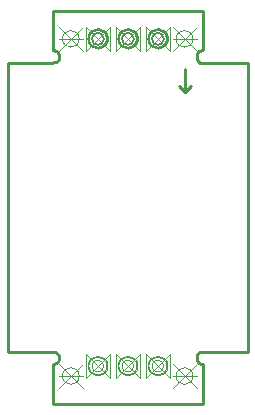
<source format=gm1>
G04 MADE WITH FRITZING*
G04 WWW.FRITZING.ORG*
G04 DOUBLE SIDED*
G04 HOLES PLATED*
G04 CONTOUR ON CENTER OF CONTOUR VECTOR*
%ASAXBY*%
%FSLAX23Y23*%
%MOIN*%
%OFA0B0*%
%SFA1.0B1.0*%
%ADD10C,0.066929*%
%ADD11C,0.059055*%
%ADD12C,0.039370*%
%ADD13C,0.055315X0.0549214*%
%ADD14C,0.000197*%
%ADD15C,0.009843*%
%ADD16C,0.001000*%
%ADD10C,0.008*%
%LNCONTOUR*%
G90*
G70*
G54D10*
G01X335Y1218D02*
G75*
G03X335Y1218I-33J0D01*
G01*
G01X335Y1218D02*
G75*
G03X335Y1218I-33J0D01*
G01*
G01X331Y1218D02*
G75*
G03X331Y1218I-30J0D01*
G01*
G01X321Y1218D02*
G75*
G03X321Y1218I-20J0D01*
G01*
G01X435Y1218D02*
G75*
G03X435Y1218I-33J0D01*
G01*
G01X435Y1218D02*
G75*
G03X435Y1218I-33J0D01*
G01*
G01X431Y1218D02*
G75*
G03X431Y1218I-30J0D01*
G01*
G01X421Y1218D02*
G75*
G03X421Y1218I-20J0D01*
G01*
G01X535Y1218D02*
G75*
G03X535Y1218I-33J0D01*
G01*
G01X535Y1218D02*
G75*
G03X535Y1218I-33J0D01*
G01*
G01X531Y1218D02*
G75*
G03X531Y1218I-30J0D01*
G01*
G01X521Y1218D02*
G75*
G03X521Y1218I-20J0D01*
G01*
G54D14*
G01X618Y1218D02*
G75*
G03X618Y1218I-28J0D01*
G01*
G01X239Y1218D02*
G75*
G03X239Y1218I-28J0D01*
G01*
G01X335Y127D02*
G75*
G03X335Y127I-33J0D01*
G01*
G01X335Y127D02*
G75*
G03X335Y127I-33J0D01*
G01*
G01X331Y127D02*
G75*
G03X331Y127I-30J0D01*
G01*
G01X321Y127D02*
G75*
G03X321Y127I-20J0D01*
G01*
G01X435Y127D02*
G75*
G03X435Y127I-33J0D01*
G01*
G01X435Y127D02*
G75*
G03X435Y127I-33J0D01*
G01*
G01X431Y127D02*
G75*
G03X431Y127I-30J0D01*
G01*
G01X421Y127D02*
G75*
G03X421Y127I-20J0D01*
G01*
G01X535Y127D02*
G75*
G03X535Y127I-33J0D01*
G01*
G01X535Y127D02*
G75*
G03X535Y127I-33J0D01*
G01*
G01X531Y127D02*
G75*
G03X531Y127I-30J0D01*
G01*
G01X521Y127D02*
G75*
G03X521Y127I-20J0D01*
G01*
G01X239Y94D02*
G75*
G03X239Y94I-28J0D01*
G01*
G01X618Y94D02*
G75*
G03X618Y94I-28J0D01*
G01*
X149Y1178D02*
X151Y1178D01*
D02*
X651Y1178D02*
X653Y1178D01*
D02*
X653Y133D02*
X651Y133D01*
D02*
X151Y133D02*
X149Y133D01*
G54D15*
D02*
X611Y1060D02*
X592Y1040D01*
D02*
X592Y1040D02*
X572Y1060D01*
D02*
X592Y1040D02*
X592Y1119D01*
X150Y1311D02*
X150Y1310D01*
X150Y1183D01*
X151Y1182D01*
X152Y1182D01*
X153Y1181D01*
X154Y1181D01*
X155Y1180D01*
X156Y1180D01*
X157Y1179D01*
X158Y1179D01*
X159Y1179D01*
X160Y1178D01*
X161Y1178D01*
X162Y1177D01*
X163Y1176D01*
X164Y1176D01*
X165Y1175D01*
X166Y1174D01*
X167Y1173D01*
X168Y1172D01*
X169Y1171D01*
X169Y1169D01*
X170Y1168D01*
X170Y1165D01*
X171Y1164D01*
X171Y1153D01*
X170Y1152D01*
X170Y1149D01*
X169Y1148D01*
X169Y1147D01*
X168Y1146D01*
X168Y1145D01*
X167Y1144D01*
X166Y1143D01*
X165Y1143D01*
X164Y1142D01*
X163Y1142D01*
X162Y1141D01*
X161Y1141D01*
X160Y1141D01*
X159Y1140D01*
X158Y1140D01*
X157Y1140D01*
X156Y1140D01*
X155Y1140D01*
X154Y1140D01*
X153Y1140D01*
X152Y1140D01*
X151Y1140D01*
X150Y1139D01*
X149Y1139D01*
X148Y1139D01*
X147Y1139D01*
X146Y1139D01*
X145Y1139D01*
X144Y1139D01*
X143Y1139D01*
X142Y1139D01*
X141Y1139D01*
X140Y1139D01*
X139Y1139D01*
X138Y1139D01*
X137Y1139D01*
X136Y1139D01*
X135Y1139D01*
X134Y1139D01*
X133Y1139D01*
X132Y1139D01*
X131Y1139D01*
X130Y1139D01*
X129Y1139D01*
X128Y1139D01*
X127Y1139D01*
X126Y1139D01*
X125Y1139D01*
X124Y1139D01*
X123Y1139D01*
X122Y1139D01*
X121Y1139D01*
X120Y1139D01*
X119Y1139D01*
X118Y1139D01*
X117Y1139D01*
X116Y1139D01*
X115Y1139D01*
X114Y1139D01*
X113Y1139D01*
X112Y1139D01*
X111Y1139D01*
X110Y1139D01*
X109Y1139D01*
X108Y1139D01*
X107Y1139D01*
X106Y1139D01*
X105Y1138D01*
X104Y1138D01*
X103Y1138D01*
X102Y1138D01*
X101Y1138D01*
X100Y1138D01*
X99Y1138D01*
X98Y1138D01*
X97Y1138D01*
X96Y1138D01*
X95Y1138D01*
X94Y1138D01*
X93Y1138D01*
X92Y1138D01*
X91Y1138D01*
X90Y1138D01*
X89Y1138D01*
X88Y1138D01*
X87Y1138D01*
X86Y1138D01*
X85Y1138D01*
X84Y1138D01*
X83Y1138D01*
X82Y1138D01*
X81Y1138D01*
X80Y1138D01*
X79Y1138D01*
X78Y1138D01*
X77Y1138D01*
X76Y1138D01*
X75Y1138D01*
X74Y1138D01*
X73Y1138D01*
X72Y1138D01*
X71Y1138D01*
X70Y1138D01*
X69Y1138D01*
X68Y1138D01*
X67Y1138D01*
X66Y1138D01*
X65Y1138D01*
X64Y1138D01*
X63Y1138D01*
X62Y1138D01*
X61Y1138D01*
X60Y1138D01*
X59Y1138D01*
X58Y1138D01*
X57Y1138D01*
X56Y1138D01*
X55Y1138D01*
X54Y1138D01*
X53Y1138D01*
X52Y1138D01*
X51Y1138D01*
X50Y1138D01*
X49Y1138D01*
X48Y1138D01*
X47Y1138D01*
X46Y1138D01*
X45Y1138D01*
X44Y1138D01*
X43Y1138D01*
X42Y1138D01*
X41Y1138D01*
X40Y1138D01*
X39Y1138D01*
X38Y1138D01*
X37Y1138D01*
X36Y1138D01*
X35Y1138D01*
X34Y1138D01*
X33Y1138D01*
X32Y1138D01*
X31Y1138D01*
X30Y1138D01*
X29Y1138D01*
X28Y1138D01*
X27Y1138D01*
X26Y1138D01*
X25Y1138D01*
X24Y1138D01*
X23Y1138D01*
X22Y1138D01*
X21Y1138D01*
X20Y1138D01*
X19Y1138D01*
X18Y1138D01*
X17Y1138D01*
X16Y1138D01*
X15Y1138D01*
X14Y1138D01*
X13Y1138D01*
X12Y1138D01*
X11Y1138D01*
X10Y1138D01*
X9Y1138D01*
X8Y1138D01*
X7Y1138D01*
X6Y1138D01*
X5Y1138D01*
X4Y1138D01*
X3Y1138D01*
X2Y1138D01*
X1Y1138D01*
X0Y1138D01*
X0Y175D01*
X1Y175D01*
X2Y175D01*
X3Y175D01*
X4Y175D01*
X5Y175D01*
X6Y175D01*
X7Y175D01*
X8Y175D01*
X9Y175D01*
X10Y175D01*
X11Y175D01*
X12Y175D01*
X13Y175D01*
X14Y175D01*
X15Y175D01*
X16Y175D01*
X17Y175D01*
X18Y175D01*
X19Y175D01*
X20Y175D01*
X21Y175D01*
X22Y175D01*
X23Y175D01*
X24Y175D01*
X25Y175D01*
X26Y175D01*
X27Y175D01*
X28Y175D01*
X29Y175D01*
X30Y175D01*
X31Y175D01*
X32Y175D01*
X33Y175D01*
X34Y175D01*
X35Y175D01*
X36Y175D01*
X37Y175D01*
X38Y175D01*
X39Y175D01*
X40Y175D01*
X41Y175D01*
X42Y175D01*
X43Y175D01*
X44Y175D01*
X45Y175D01*
X46Y175D01*
X47Y175D01*
X48Y175D01*
X49Y175D01*
X50Y175D01*
X51Y175D01*
X52Y175D01*
X53Y175D01*
X54Y175D01*
X55Y175D01*
X56Y175D01*
X57Y175D01*
X58Y175D01*
X59Y175D01*
X60Y175D01*
X61Y175D01*
X62Y175D01*
X63Y175D01*
X64Y175D01*
X65Y175D01*
X66Y175D01*
X67Y175D01*
X68Y175D01*
X69Y175D01*
X70Y175D01*
X71Y175D01*
X72Y175D01*
X73Y175D01*
X74Y175D01*
X75Y175D01*
X76Y175D01*
X77Y175D01*
X78Y175D01*
X79Y175D01*
X80Y175D01*
X81Y175D01*
X82Y175D01*
X83Y175D01*
X84Y175D01*
X85Y175D01*
X86Y175D01*
X87Y175D01*
X88Y175D01*
X89Y175D01*
X90Y175D01*
X91Y175D01*
X92Y175D01*
X93Y175D01*
X94Y175D01*
X95Y175D01*
X96Y175D01*
X97Y175D01*
X98Y175D01*
X99Y175D01*
X100Y175D01*
X101Y175D01*
X102Y175D01*
X103Y175D01*
X104Y175D01*
X105Y175D01*
X106Y175D01*
X107Y175D01*
X108Y175D01*
X109Y175D01*
X110Y175D01*
X111Y175D01*
X112Y175D01*
X113Y175D01*
X114Y175D01*
X115Y175D01*
X116Y175D01*
X117Y175D01*
X118Y175D01*
X119Y175D01*
X120Y175D01*
X121Y175D01*
X122Y175D01*
X123Y175D01*
X124Y175D01*
X125Y175D01*
X126Y175D01*
X127Y175D01*
X128Y175D01*
X129Y175D01*
X130Y175D01*
X131Y175D01*
X132Y175D01*
X133Y175D01*
X134Y175D01*
X135Y175D01*
X136Y175D01*
X137Y175D01*
X138Y175D01*
X139Y175D01*
X140Y175D01*
X141Y175D01*
X142Y175D01*
X143Y175D01*
X144Y175D01*
X145Y175D01*
X146Y175D01*
X147Y175D01*
X148Y175D01*
X149Y175D01*
X150Y175D01*
X151Y175D01*
X152Y175D01*
X153Y175D01*
X154Y175D01*
X155Y175D01*
X156Y175D01*
X157Y175D01*
X158Y175D01*
X159Y175D01*
X160Y175D01*
X161Y174D01*
X162Y173D01*
X163Y172D01*
X164Y171D01*
X165Y170D01*
X166Y169D01*
X167Y168D01*
X168Y167D01*
X168Y166D01*
X169Y165D01*
X169Y164D01*
X170Y163D01*
X170Y161D01*
X171Y160D01*
X171Y149D01*
X170Y148D01*
X170Y146D01*
X169Y145D01*
X169Y144D01*
X168Y143D01*
X167Y142D01*
X166Y141D01*
X165Y140D01*
X164Y139D01*
X163Y138D01*
X162Y137D01*
X161Y137D01*
X160Y136D01*
X159Y136D01*
X158Y135D01*
X157Y135D01*
X156Y135D01*
X155Y134D01*
X154Y134D01*
X153Y134D01*
X152Y134D01*
X151Y134D01*
X150Y134D01*
X150Y2D01*
X151Y2D01*
X152Y2D01*
X153Y2D01*
X154Y2D01*
X155Y2D01*
X156Y2D01*
X157Y2D01*
X158Y2D01*
X159Y2D01*
X160Y2D01*
X161Y2D01*
X162Y2D01*
X163Y2D01*
X164Y2D01*
X165Y2D01*
X166Y2D01*
X167Y2D01*
X168Y2D01*
X169Y2D01*
X170Y2D01*
X171Y2D01*
X172Y2D01*
X173Y2D01*
X174Y2D01*
X175Y2D01*
X176Y2D01*
X177Y2D01*
X178Y2D01*
X179Y2D01*
X180Y2D01*
X181Y2D01*
X182Y2D01*
X183Y2D01*
X184Y2D01*
X185Y2D01*
X186Y2D01*
X187Y2D01*
X188Y2D01*
X189Y2D01*
X190Y2D01*
X191Y2D01*
X192Y2D01*
X193Y2D01*
X194Y2D01*
X195Y2D01*
X196Y2D01*
X197Y2D01*
X198Y2D01*
X199Y2D01*
X200Y2D01*
X201Y2D01*
X202Y2D01*
X203Y2D01*
X204Y2D01*
X205Y2D01*
X206Y2D01*
X207Y2D01*
X208Y2D01*
X209Y2D01*
X210Y2D01*
X211Y2D01*
X212Y2D01*
X213Y2D01*
X214Y2D01*
X215Y2D01*
X216Y2D01*
X217Y2D01*
X218Y2D01*
X219Y2D01*
X220Y2D01*
X221Y2D01*
X222Y2D01*
X223Y2D01*
X224Y2D01*
X225Y2D01*
X226Y2D01*
X227Y2D01*
X228Y2D01*
X229Y2D01*
X230Y2D01*
X231Y2D01*
X232Y2D01*
X233Y2D01*
X234Y2D01*
X235Y2D01*
X236Y2D01*
X237Y2D01*
X238Y2D01*
X239Y2D01*
X240Y2D01*
X241Y2D01*
X242Y2D01*
X243Y2D01*
X244Y2D01*
X245Y2D01*
X246Y2D01*
X247Y2D01*
X248Y2D01*
X249Y2D01*
X250Y2D01*
X251Y2D01*
X252Y2D01*
X253Y2D01*
X254Y2D01*
X255Y2D01*
X256Y2D01*
X257Y2D01*
X258Y2D01*
X259Y2D01*
X260Y2D01*
X261Y2D01*
X262Y2D01*
X263Y2D01*
X264Y2D01*
X265Y2D01*
X266Y2D01*
X267Y2D01*
X268Y2D01*
X269Y2D01*
X270Y2D01*
X271Y2D01*
X272Y2D01*
X273Y2D01*
X274Y2D01*
X275Y2D01*
X276Y2D01*
X277Y2D01*
X278Y2D01*
X279Y2D01*
X280Y2D01*
X281Y2D01*
X282Y2D01*
X283Y2D01*
X284Y2D01*
X285Y2D01*
X286Y2D01*
X287Y2D01*
X288Y2D01*
X289Y2D01*
X290Y2D01*
X291Y2D01*
X292Y2D01*
X293Y2D01*
X294Y2D01*
X295Y2D01*
X296Y2D01*
X297Y2D01*
X298Y2D01*
X299Y2D01*
X300Y2D01*
X301Y2D01*
X302Y2D01*
X303Y2D01*
X304Y2D01*
X305Y2D01*
X306Y2D01*
X307Y2D01*
X308Y2D01*
X309Y2D01*
X310Y2D01*
X311Y2D01*
X312Y2D01*
X313Y2D01*
X314Y2D01*
X315Y2D01*
X316Y2D01*
X317Y2D01*
X318Y2D01*
X319Y2D01*
X320Y2D01*
X321Y2D01*
X322Y2D01*
X323Y2D01*
X324Y2D01*
X325Y2D01*
X326Y2D01*
X327Y2D01*
X328Y2D01*
X329Y2D01*
X330Y2D01*
X331Y2D01*
X332Y2D01*
X333Y2D01*
X334Y2D01*
X335Y2D01*
X336Y2D01*
X337Y2D01*
X338Y2D01*
X339Y2D01*
X340Y2D01*
X341Y2D01*
X342Y2D01*
X343Y2D01*
X344Y2D01*
X345Y2D01*
X346Y2D01*
X347Y2D01*
X348Y2D01*
X349Y2D01*
X350Y2D01*
X351Y2D01*
X352Y2D01*
X353Y2D01*
X354Y2D01*
X355Y2D01*
X356Y2D01*
X357Y2D01*
X358Y2D01*
X359Y2D01*
X360Y2D01*
X361Y2D01*
X362Y2D01*
X363Y2D01*
X364Y2D01*
X365Y2D01*
X366Y2D01*
X367Y2D01*
X368Y2D01*
X369Y2D01*
X370Y2D01*
X371Y2D01*
X372Y2D01*
X373Y2D01*
X374Y2D01*
X375Y2D01*
X376Y2D01*
X377Y2D01*
X378Y2D01*
X379Y2D01*
X380Y2D01*
X381Y2D01*
X382Y2D01*
X383Y2D01*
X384Y2D01*
X385Y2D01*
X386Y2D01*
X387Y2D01*
X388Y2D01*
X389Y2D01*
X390Y2D01*
X391Y2D01*
X392Y2D01*
X393Y2D01*
X394Y2D01*
X395Y2D01*
X396Y2D01*
X397Y2D01*
X398Y2D01*
X399Y2D01*
X400Y2D01*
X401Y2D01*
X402Y2D01*
X403Y2D01*
X404Y2D01*
X405Y2D01*
X406Y2D01*
X407Y2D01*
X408Y2D01*
X409Y2D01*
X410Y2D01*
X411Y2D01*
X412Y2D01*
X413Y2D01*
X414Y2D01*
X415Y2D01*
X416Y2D01*
X417Y2D01*
X418Y2D01*
X419Y2D01*
X420Y2D01*
X421Y2D01*
X422Y2D01*
X423Y2D01*
X424Y2D01*
X425Y2D01*
X426Y2D01*
X427Y2D01*
X428Y2D01*
X429Y2D01*
X430Y2D01*
X431Y2D01*
X432Y2D01*
X433Y2D01*
X434Y2D01*
X435Y2D01*
X436Y2D01*
X437Y2D01*
X438Y2D01*
X439Y2D01*
X440Y2D01*
X441Y2D01*
X442Y2D01*
X443Y2D01*
X444Y2D01*
X445Y2D01*
X446Y2D01*
X447Y2D01*
X448Y2D01*
X449Y2D01*
X450Y2D01*
X451Y2D01*
X452Y2D01*
X453Y2D01*
X454Y2D01*
X455Y2D01*
X456Y2D01*
X457Y2D01*
X458Y2D01*
X459Y2D01*
X460Y2D01*
X461Y2D01*
X462Y2D01*
X463Y2D01*
X464Y2D01*
X465Y2D01*
X466Y2D01*
X467Y2D01*
X468Y2D01*
X469Y2D01*
X470Y2D01*
X471Y2D01*
X472Y2D01*
X473Y2D01*
X474Y2D01*
X475Y2D01*
X476Y2D01*
X477Y2D01*
X478Y2D01*
X479Y2D01*
X480Y2D01*
X481Y2D01*
X482Y2D01*
X483Y2D01*
X484Y2D01*
X485Y2D01*
X486Y2D01*
X487Y2D01*
X488Y2D01*
X489Y2D01*
X490Y2D01*
X491Y2D01*
X492Y2D01*
X493Y2D01*
X494Y2D01*
X495Y2D01*
X496Y2D01*
X497Y2D01*
X498Y2D01*
X499Y2D01*
X500Y2D01*
X501Y2D01*
X502Y2D01*
X503Y2D01*
X504Y2D01*
X505Y2D01*
X506Y2D01*
X507Y2D01*
X508Y2D01*
X509Y2D01*
X510Y2D01*
X511Y2D01*
X512Y2D01*
X513Y2D01*
X514Y2D01*
X515Y2D01*
X516Y2D01*
X517Y2D01*
X518Y2D01*
X519Y2D01*
X520Y2D01*
X521Y2D01*
X522Y2D01*
X523Y2D01*
X524Y2D01*
X525Y2D01*
X526Y2D01*
X527Y2D01*
X528Y2D01*
X529Y2D01*
X530Y2D01*
X531Y2D01*
X532Y2D01*
X533Y2D01*
X534Y2D01*
X535Y2D01*
X536Y2D01*
X537Y2D01*
X538Y2D01*
X539Y2D01*
X540Y2D01*
X541Y2D01*
X542Y2D01*
X543Y2D01*
X544Y2D01*
X545Y2D01*
X546Y2D01*
X547Y2D01*
X548Y2D01*
X549Y2D01*
X550Y2D01*
X551Y2D01*
X552Y2D01*
X553Y2D01*
X554Y2D01*
X555Y2D01*
X556Y2D01*
X557Y2D01*
X558Y2D01*
X559Y2D01*
X560Y2D01*
X561Y2D01*
X562Y2D01*
X563Y2D01*
X564Y2D01*
X565Y2D01*
X566Y2D01*
X567Y2D01*
X568Y2D01*
X569Y2D01*
X570Y2D01*
X571Y2D01*
X572Y2D01*
X573Y2D01*
X574Y2D01*
X575Y2D01*
X576Y2D01*
X577Y2D01*
X578Y2D01*
X579Y2D01*
X580Y2D01*
X581Y2D01*
X582Y2D01*
X583Y2D01*
X584Y2D01*
X585Y2D01*
X586Y2D01*
X587Y2D01*
X588Y2D01*
X589Y2D01*
X590Y2D01*
X591Y2D01*
X592Y2D01*
X593Y2D01*
X594Y2D01*
X595Y2D01*
X596Y2D01*
X597Y2D01*
X598Y2D01*
X599Y2D01*
X600Y2D01*
X601Y2D01*
X602Y2D01*
X603Y2D01*
X604Y2D01*
X605Y2D01*
X606Y2D01*
X607Y2D01*
X608Y2D01*
X609Y2D01*
X610Y2D01*
X611Y2D01*
X612Y2D01*
X613Y2D01*
X614Y2D01*
X615Y2D01*
X616Y2D01*
X617Y2D01*
X618Y2D01*
X619Y2D01*
X620Y2D01*
X621Y2D01*
X622Y2D01*
X623Y2D01*
X624Y2D01*
X625Y2D01*
X626Y2D01*
X627Y2D01*
X628Y2D01*
X629Y2D01*
X630Y2D01*
X631Y2D01*
X632Y2D01*
X633Y2D01*
X634Y2D01*
X635Y2D01*
X636Y2D01*
X637Y2D01*
X638Y2D01*
X639Y2D01*
X640Y2D01*
X641Y2D01*
X642Y2D01*
X643Y2D01*
X644Y2D01*
X645Y2D01*
X646Y2D01*
X647Y2D01*
X648Y2D01*
X649Y2D01*
X650Y2D01*
X651Y2D01*
X651Y134D01*
X650Y134D01*
X649Y134D01*
X648Y134D01*
X647Y134D01*
X646Y134D01*
X645Y134D01*
X644Y134D01*
X643Y134D01*
X642Y135D01*
X641Y136D01*
X640Y136D01*
X639Y137D01*
X638Y138D01*
X637Y139D01*
X636Y140D01*
X635Y141D01*
X634Y142D01*
X633Y143D01*
X632Y144D01*
X632Y145D01*
X631Y146D01*
X631Y148D01*
X630Y149D01*
X630Y160D01*
X631Y161D01*
X631Y164D01*
X632Y165D01*
X633Y166D01*
X633Y167D01*
X634Y168D01*
X635Y169D01*
X636Y170D01*
X637Y171D01*
X638Y172D01*
X639Y173D01*
X640Y174D01*
X641Y175D01*
X642Y175D01*
X643Y175D01*
X644Y175D01*
X645Y175D01*
X646Y175D01*
X647Y175D01*
X648Y175D01*
X649Y175D01*
X650Y175D01*
X651Y175D01*
X652Y175D01*
X653Y175D01*
X654Y175D01*
X655Y175D01*
X656Y175D01*
X657Y175D01*
X658Y175D01*
X659Y175D01*
X660Y175D01*
X661Y175D01*
X662Y175D01*
X663Y175D01*
X664Y175D01*
X665Y175D01*
X666Y175D01*
X667Y175D01*
X668Y175D01*
X669Y175D01*
X670Y175D01*
X671Y175D01*
X672Y175D01*
X673Y175D01*
X674Y175D01*
X675Y175D01*
X676Y175D01*
X677Y175D01*
X678Y175D01*
X679Y175D01*
X680Y175D01*
X681Y175D01*
X682Y175D01*
X683Y175D01*
X684Y175D01*
X685Y175D01*
X686Y175D01*
X687Y175D01*
X688Y175D01*
X689Y175D01*
X690Y175D01*
X691Y175D01*
X692Y175D01*
X693Y175D01*
X694Y175D01*
X695Y175D01*
X696Y175D01*
X697Y175D01*
X698Y175D01*
X699Y175D01*
X700Y175D01*
X701Y175D01*
X702Y175D01*
X703Y175D01*
X704Y175D01*
X705Y175D01*
X706Y175D01*
X707Y175D01*
X708Y175D01*
X709Y175D01*
X710Y175D01*
X711Y175D01*
X712Y175D01*
X713Y175D01*
X714Y175D01*
X715Y175D01*
X716Y175D01*
X717Y175D01*
X718Y175D01*
X719Y175D01*
X720Y175D01*
X721Y175D01*
X722Y175D01*
X723Y175D01*
X724Y175D01*
X725Y175D01*
X726Y175D01*
X727Y175D01*
X728Y175D01*
X729Y175D01*
X730Y175D01*
X731Y175D01*
X732Y175D01*
X733Y175D01*
X734Y175D01*
X735Y175D01*
X736Y175D01*
X737Y175D01*
X738Y175D01*
X739Y175D01*
X740Y175D01*
X741Y175D01*
X742Y175D01*
X743Y175D01*
X744Y175D01*
X745Y175D01*
X746Y175D01*
X747Y175D01*
X748Y175D01*
X749Y175D01*
X750Y175D01*
X751Y175D01*
X752Y175D01*
X753Y175D01*
X754Y175D01*
X755Y175D01*
X756Y175D01*
X757Y175D01*
X758Y175D01*
X759Y175D01*
X760Y175D01*
X761Y175D01*
X762Y175D01*
X763Y175D01*
X764Y175D01*
X765Y175D01*
X766Y175D01*
X767Y175D01*
X768Y175D01*
X769Y175D01*
X770Y175D01*
X771Y175D01*
X772Y175D01*
X773Y175D01*
X774Y175D01*
X775Y175D01*
X776Y175D01*
X777Y175D01*
X778Y175D01*
X779Y175D01*
X780Y175D01*
X781Y175D01*
X782Y175D01*
X783Y175D01*
X784Y175D01*
X785Y175D01*
X786Y175D01*
X787Y175D01*
X788Y175D01*
X789Y175D01*
X790Y175D01*
X791Y175D01*
X792Y175D01*
X793Y175D01*
X794Y175D01*
X795Y175D01*
X796Y175D01*
X797Y175D01*
X798Y175D01*
X799Y175D01*
X800Y175D01*
X801Y175D01*
X801Y1138D01*
X800Y1138D01*
X799Y1138D01*
X798Y1138D01*
X797Y1138D01*
X796Y1138D01*
X795Y1138D01*
X794Y1138D01*
X793Y1138D01*
X792Y1138D01*
X791Y1138D01*
X790Y1138D01*
X789Y1138D01*
X788Y1138D01*
X787Y1138D01*
X786Y1138D01*
X785Y1138D01*
X784Y1138D01*
X783Y1138D01*
X782Y1138D01*
X781Y1138D01*
X780Y1138D01*
X779Y1138D01*
X778Y1138D01*
X777Y1138D01*
X776Y1138D01*
X775Y1138D01*
X774Y1138D01*
X773Y1138D01*
X772Y1138D01*
X771Y1138D01*
X770Y1138D01*
X769Y1138D01*
X768Y1138D01*
X767Y1138D01*
X766Y1138D01*
X765Y1138D01*
X764Y1138D01*
X763Y1138D01*
X762Y1138D01*
X761Y1138D01*
X760Y1138D01*
X759Y1138D01*
X758Y1138D01*
X757Y1138D01*
X756Y1138D01*
X755Y1138D01*
X754Y1138D01*
X753Y1138D01*
X752Y1139D01*
X751Y1139D01*
X750Y1139D01*
X749Y1139D01*
X748Y1139D01*
X747Y1139D01*
X746Y1139D01*
X745Y1139D01*
X744Y1139D01*
X743Y1139D01*
X742Y1139D01*
X741Y1139D01*
X740Y1139D01*
X739Y1139D01*
X738Y1139D01*
X737Y1139D01*
X736Y1139D01*
X735Y1139D01*
X734Y1139D01*
X733Y1139D01*
X732Y1139D01*
X731Y1139D01*
X730Y1139D01*
X729Y1139D01*
X728Y1139D01*
X727Y1139D01*
X726Y1139D01*
X725Y1139D01*
X724Y1139D01*
X723Y1139D01*
X722Y1139D01*
X721Y1139D01*
X720Y1139D01*
X719Y1139D01*
X718Y1139D01*
X717Y1139D01*
X716Y1139D01*
X715Y1139D01*
X714Y1139D01*
X713Y1139D01*
X712Y1139D01*
X711Y1139D01*
X710Y1139D01*
X709Y1139D01*
X708Y1139D01*
X707Y1139D01*
X706Y1139D01*
X705Y1139D01*
X704Y1139D01*
X703Y1139D01*
X702Y1139D01*
X701Y1139D01*
X700Y1139D01*
X699Y1139D01*
X698Y1139D01*
X697Y1139D01*
X696Y1139D01*
X695Y1139D01*
X694Y1139D01*
X693Y1139D01*
X692Y1139D01*
X691Y1139D01*
X690Y1139D01*
X689Y1139D01*
X688Y1139D01*
X687Y1139D01*
X686Y1139D01*
X685Y1139D01*
X684Y1139D01*
X683Y1139D01*
X682Y1139D01*
X681Y1139D01*
X680Y1139D01*
X679Y1139D01*
X678Y1139D01*
X677Y1139D01*
X676Y1139D01*
X675Y1139D01*
X674Y1139D01*
X673Y1139D01*
X672Y1139D01*
X671Y1139D01*
X670Y1139D01*
X669Y1139D01*
X668Y1139D01*
X667Y1139D01*
X666Y1139D01*
X665Y1139D01*
X664Y1139D01*
X663Y1139D01*
X662Y1139D01*
X661Y1139D01*
X660Y1139D01*
X659Y1139D01*
X658Y1139D01*
X657Y1139D01*
X656Y1139D01*
X655Y1139D01*
X654Y1139D01*
X653Y1139D01*
X652Y1139D01*
X651Y1139D01*
X650Y1139D01*
X649Y1139D01*
X648Y1139D01*
X647Y1139D01*
X646Y1139D01*
X645Y1139D01*
X644Y1139D01*
X643Y1139D01*
X642Y1139D01*
X641Y1139D01*
X640Y1139D01*
X639Y1140D01*
X638Y1141D01*
X637Y1142D01*
X636Y1143D01*
X635Y1144D01*
X634Y1145D01*
X633Y1146D01*
X633Y1147D01*
X632Y1148D01*
X631Y1149D01*
X631Y1152D01*
X630Y1153D01*
X630Y1164D01*
X631Y1165D01*
X631Y1168D01*
X632Y1169D01*
X632Y1171D01*
X633Y1172D01*
X634Y1173D01*
X635Y1174D01*
X636Y1175D01*
X637Y1176D01*
X638Y1176D01*
X639Y1177D01*
X640Y1178D01*
X641Y1178D01*
X642Y1179D01*
X643Y1179D01*
X644Y1179D01*
X645Y1180D01*
X646Y1180D01*
X647Y1181D01*
X648Y1181D01*
X649Y1182D01*
X650Y1182D01*
X651Y1183D01*
X651Y1311D01*
X650Y1311D01*
X649Y1311D01*
X648Y1311D01*
X647Y1311D01*
X646Y1311D01*
X645Y1311D01*
X644Y1311D01*
X643Y1311D01*
X642Y1311D01*
X641Y1311D01*
X640Y1311D01*
X639Y1311D01*
X638Y1311D01*
X637Y1311D01*
X636Y1311D01*
X635Y1311D01*
X634Y1311D01*
X633Y1311D01*
X632Y1311D01*
X631Y1311D01*
X630Y1311D01*
X629Y1311D01*
X628Y1311D01*
X627Y1311D01*
X626Y1311D01*
X625Y1311D01*
X624Y1311D01*
X623Y1311D01*
X622Y1311D01*
X621Y1311D01*
X620Y1311D01*
X619Y1311D01*
X618Y1311D01*
X617Y1311D01*
X616Y1311D01*
X615Y1311D01*
X614Y1311D01*
X613Y1311D01*
X612Y1311D01*
X611Y1311D01*
X610Y1311D01*
X609Y1311D01*
X608Y1311D01*
X607Y1311D01*
X606Y1311D01*
X605Y1311D01*
X604Y1311D01*
X603Y1311D01*
X602Y1311D01*
X601Y1311D01*
X600Y1311D01*
X599Y1311D01*
X598Y1311D01*
X597Y1311D01*
X596Y1311D01*
X595Y1311D01*
X594Y1311D01*
X593Y1311D01*
X592Y1311D01*
X591Y1311D01*
X590Y1311D01*
X589Y1311D01*
X588Y1311D01*
X587Y1311D01*
X586Y1311D01*
X585Y1311D01*
X584Y1311D01*
X583Y1311D01*
X582Y1311D01*
X581Y1311D01*
X580Y1311D01*
X579Y1311D01*
X578Y1311D01*
X577Y1311D01*
X576Y1311D01*
X575Y1311D01*
X574Y1311D01*
X573Y1311D01*
X572Y1311D01*
X571Y1311D01*
X570Y1311D01*
X569Y1311D01*
X568Y1311D01*
X567Y1311D01*
X566Y1311D01*
X565Y1311D01*
X564Y1311D01*
X563Y1311D01*
X562Y1311D01*
X561Y1311D01*
X560Y1311D01*
X559Y1311D01*
X558Y1311D01*
X557Y1311D01*
X556Y1311D01*
X555Y1311D01*
X554Y1311D01*
X553Y1311D01*
X552Y1311D01*
X551Y1311D01*
X550Y1311D01*
X549Y1311D01*
X548Y1311D01*
X547Y1311D01*
X546Y1311D01*
X545Y1311D01*
X544Y1311D01*
X543Y1311D01*
X542Y1311D01*
X541Y1311D01*
X540Y1311D01*
X539Y1311D01*
X538Y1311D01*
X537Y1311D01*
X536Y1311D01*
X535Y1311D01*
X534Y1311D01*
X533Y1311D01*
X532Y1311D01*
X531Y1311D01*
X530Y1311D01*
X529Y1311D01*
X528Y1311D01*
X527Y1311D01*
X526Y1311D01*
X525Y1311D01*
X524Y1311D01*
X523Y1311D01*
X522Y1311D01*
X521Y1311D01*
X520Y1311D01*
X519Y1311D01*
X518Y1311D01*
X517Y1311D01*
X516Y1311D01*
X515Y1311D01*
X514Y1311D01*
X513Y1311D01*
X512Y1311D01*
X511Y1311D01*
X510Y1311D01*
X509Y1311D01*
X508Y1311D01*
X507Y1311D01*
X506Y1311D01*
X505Y1311D01*
X504Y1311D01*
X503Y1311D01*
X502Y1311D01*
X501Y1311D01*
X500Y1311D01*
X499Y1311D01*
X498Y1311D01*
X497Y1311D01*
X496Y1311D01*
X495Y1311D01*
X494Y1311D01*
X493Y1311D01*
X492Y1311D01*
X491Y1311D01*
X490Y1311D01*
X489Y1311D01*
X488Y1311D01*
X487Y1311D01*
X486Y1311D01*
X485Y1311D01*
X484Y1311D01*
X483Y1311D01*
X482Y1311D01*
X481Y1311D01*
X480Y1311D01*
X479Y1311D01*
X478Y1311D01*
X477Y1311D01*
X476Y1311D01*
X475Y1311D01*
X474Y1311D01*
X473Y1311D01*
X472Y1311D01*
X471Y1311D01*
X470Y1311D01*
X469Y1311D01*
X468Y1311D01*
X467Y1311D01*
X466Y1311D01*
X465Y1311D01*
X464Y1311D01*
X463Y1311D01*
X462Y1311D01*
X461Y1311D01*
X460Y1311D01*
X459Y1311D01*
X458Y1311D01*
X457Y1311D01*
X456Y1311D01*
X455Y1311D01*
X454Y1311D01*
X453Y1311D01*
X452Y1311D01*
X451Y1311D01*
X450Y1311D01*
X449Y1311D01*
X448Y1311D01*
X447Y1311D01*
X446Y1311D01*
X445Y1311D01*
X444Y1311D01*
X443Y1311D01*
X442Y1311D01*
X441Y1311D01*
X440Y1311D01*
X439Y1311D01*
X438Y1311D01*
X437Y1311D01*
X436Y1311D01*
X435Y1311D01*
X434Y1311D01*
X433Y1311D01*
X432Y1311D01*
X431Y1311D01*
X430Y1311D01*
X429Y1311D01*
X428Y1311D01*
X427Y1311D01*
X426Y1311D01*
X425Y1311D01*
X424Y1311D01*
X423Y1311D01*
X422Y1311D01*
X421Y1311D01*
X420Y1311D01*
X419Y1311D01*
X418Y1311D01*
X417Y1311D01*
X416Y1311D01*
X415Y1311D01*
X414Y1311D01*
X413Y1311D01*
X412Y1311D01*
X411Y1311D01*
X410Y1311D01*
X409Y1311D01*
X408Y1311D01*
X407Y1311D01*
X406Y1311D01*
X405Y1311D01*
X404Y1311D01*
X403Y1311D01*
X402Y1311D01*
X401Y1311D01*
X400Y1311D01*
X399Y1311D01*
X398Y1311D01*
X397Y1311D01*
X396Y1311D01*
X395Y1311D01*
X394Y1311D01*
X393Y1311D01*
X392Y1311D01*
X391Y1311D01*
X390Y1311D01*
X389Y1311D01*
X388Y1311D01*
X387Y1311D01*
X386Y1311D01*
X385Y1311D01*
X384Y1311D01*
X383Y1311D01*
X382Y1311D01*
X381Y1311D01*
X380Y1311D01*
X379Y1311D01*
X378Y1311D01*
X377Y1311D01*
X376Y1311D01*
X375Y1311D01*
X374Y1311D01*
X373Y1311D01*
X372Y1311D01*
X371Y1311D01*
X370Y1311D01*
X369Y1311D01*
X368Y1311D01*
X367Y1311D01*
X366Y1311D01*
X365Y1311D01*
X364Y1311D01*
X363Y1311D01*
X362Y1311D01*
X361Y1311D01*
X360Y1311D01*
X359Y1311D01*
X358Y1311D01*
X357Y1311D01*
X356Y1311D01*
X355Y1311D01*
X354Y1311D01*
X353Y1311D01*
X352Y1311D01*
X351Y1311D01*
X350Y1311D01*
X349Y1311D01*
X348Y1311D01*
X347Y1311D01*
X346Y1311D01*
X345Y1311D01*
X344Y1311D01*
X343Y1311D01*
X342Y1311D01*
X341Y1311D01*
X340Y1311D01*
X339Y1311D01*
X338Y1311D01*
X337Y1311D01*
X336Y1311D01*
X335Y1311D01*
X334Y1311D01*
X333Y1311D01*
X332Y1311D01*
X331Y1311D01*
X330Y1311D01*
X329Y1311D01*
X328Y1311D01*
X327Y1311D01*
X326Y1311D01*
X325Y1311D01*
X324Y1311D01*
X323Y1311D01*
X322Y1311D01*
X321Y1311D01*
X320Y1311D01*
X319Y1311D01*
X318Y1311D01*
X317Y1311D01*
X316Y1311D01*
X315Y1311D01*
X314Y1311D01*
X313Y1311D01*
X312Y1311D01*
X311Y1311D01*
X310Y1311D01*
X309Y1311D01*
X308Y1311D01*
X307Y1311D01*
X306Y1311D01*
X305Y1311D01*
X304Y1311D01*
X303Y1311D01*
X302Y1311D01*
X301Y1311D01*
X300Y1311D01*
X299Y1311D01*
X298Y1311D01*
X297Y1311D01*
X296Y1311D01*
X295Y1311D01*
X294Y1311D01*
X293Y1311D01*
X292Y1311D01*
X291Y1311D01*
X290Y1311D01*
X289Y1311D01*
X288Y1311D01*
X287Y1311D01*
X286Y1311D01*
X285Y1311D01*
X284Y1311D01*
X283Y1311D01*
X282Y1311D01*
X281Y1311D01*
X280Y1311D01*
X279Y1311D01*
X278Y1311D01*
X277Y1311D01*
X276Y1311D01*
X275Y1311D01*
X274Y1311D01*
X273Y1311D01*
X272Y1311D01*
X271Y1311D01*
X270Y1311D01*
X269Y1311D01*
X268Y1311D01*
X267Y1311D01*
X266Y1311D01*
X265Y1311D01*
X264Y1311D01*
X263Y1311D01*
X262Y1311D01*
X261Y1311D01*
X260Y1311D01*
X259Y1311D01*
X258Y1311D01*
X257Y1311D01*
X256Y1311D01*
X255Y1311D01*
X254Y1311D01*
X253Y1311D01*
X252Y1311D01*
X251Y1311D01*
X250Y1311D01*
X249Y1311D01*
X248Y1311D01*
X247Y1311D01*
X246Y1311D01*
X245Y1311D01*
X244Y1311D01*
X243Y1311D01*
X242Y1311D01*
X241Y1311D01*
X240Y1311D01*
X239Y1311D01*
X238Y1311D01*
X237Y1311D01*
X236Y1311D01*
X235Y1311D01*
X234Y1311D01*
X233Y1311D01*
X232Y1311D01*
X231Y1311D01*
X230Y1311D01*
X229Y1311D01*
X228Y1311D01*
X227Y1311D01*
X226Y1311D01*
X225Y1311D01*
X224Y1311D01*
X223Y1311D01*
X222Y1311D01*
X221Y1311D01*
X220Y1311D01*
X219Y1311D01*
X218Y1311D01*
X217Y1311D01*
X216Y1311D01*
X215Y1311D01*
X214Y1311D01*
X213Y1311D01*
X212Y1311D01*
X211Y1311D01*
X210Y1311D01*
X209Y1311D01*
X208Y1311D01*
X207Y1311D01*
X206Y1311D01*
X205Y1311D01*
X204Y1311D01*
X203Y1311D01*
X202Y1311D01*
X201Y1311D01*
X200Y1311D01*
X199Y1311D01*
X198Y1311D01*
X197Y1311D01*
X196Y1311D01*
X195Y1311D01*
X194Y1311D01*
X193Y1311D01*
X192Y1311D01*
X191Y1311D01*
X190Y1311D01*
X189Y1311D01*
X188Y1311D01*
X187Y1311D01*
X186Y1311D01*
X185Y1311D01*
X184Y1311D01*
X183Y1311D01*
X182Y1311D01*
X181Y1311D01*
X180Y1311D01*
X179Y1311D01*
X178Y1311D01*
X177Y1311D01*
X176Y1311D01*
X175Y1311D01*
X174Y1311D01*
X173Y1311D01*
X172Y1311D01*
X171Y1311D01*
X170Y1311D01*
X169Y1311D01*
X168Y1311D01*
X167Y1311D01*
X166Y1311D01*
X165Y1311D01*
X164Y1311D01*
X163Y1311D01*
X162Y1311D01*
X161Y1311D01*
X160Y1311D01*
X159Y1311D01*
X158Y1311D01*
X157Y1311D01*
X156Y1311D01*
X155Y1311D01*
X154Y1311D01*
X153Y1311D01*
X152Y1311D01*
X151Y1311D01*
X150Y1311D01*
D02*
G54D16*
X260Y1178D02*
X340Y1258D01*
X260Y1258D02*
X340Y1178D01*
X260Y1178D02*
X260Y1258D01*
X340Y1178D02*
X340Y1258D01*
D02*
X360Y1178D02*
X440Y1258D01*
X360Y1258D02*
X440Y1178D01*
X360Y1178D02*
X360Y1258D01*
X440Y1178D02*
X440Y1258D01*
D02*
X460Y1178D02*
X540Y1258D01*
X460Y1258D02*
X540Y1178D01*
X460Y1178D02*
X460Y1258D01*
X540Y1178D02*
X540Y1258D01*
D02*
X550Y1178D02*
X630Y1258D01*
X550Y1258D02*
X630Y1178D01*
X550Y1218D02*
X630Y1218D01*
D02*
X171Y1178D02*
X251Y1258D01*
X171Y1258D02*
X251Y1178D01*
X171Y1218D02*
X251Y1218D01*
D02*
X260Y87D02*
X340Y167D01*
X260Y167D02*
X340Y87D01*
X260Y87D02*
X260Y167D01*
X340Y87D02*
X340Y167D01*
D02*
X360Y87D02*
X440Y167D01*
X360Y167D02*
X440Y87D01*
X360Y87D02*
X360Y167D01*
X440Y87D02*
X440Y167D01*
D02*
X460Y87D02*
X540Y167D01*
X460Y167D02*
X540Y87D01*
X460Y87D02*
X460Y167D01*
X540Y87D02*
X540Y167D01*
D02*
X171Y54D02*
X251Y134D01*
X171Y134D02*
X251Y54D01*
X171Y94D02*
X251Y94D01*
D02*
X550Y54D02*
X630Y134D01*
X550Y134D02*
X630Y54D01*
X550Y94D02*
X630Y94D01*
D02*
G04 End of contour*
M02*
</source>
